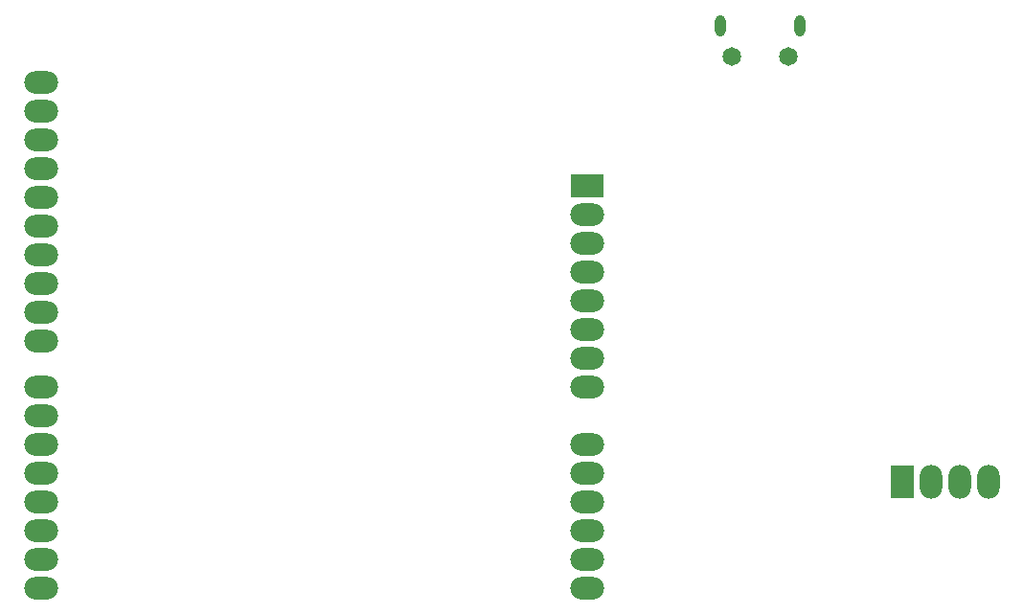
<source format=gbs>
G04 #@! TF.GenerationSoftware,KiCad,Pcbnew,(5.1.7)-1*
G04 #@! TF.CreationDate,2021-04-15T13:32:14+02:00*
G04 #@! TF.ProjectId,TestPCB,54657374-5043-4422-9e6b-696361645f70,rev?*
G04 #@! TF.SameCoordinates,Original*
G04 #@! TF.FileFunction,Soldermask,Bot*
G04 #@! TF.FilePolarity,Negative*
%FSLAX46Y46*%
G04 Gerber Fmt 4.6, Leading zero omitted, Abs format (unit mm)*
G04 Created by KiCad (PCBNEW (5.1.7)-1) date 2021-04-15 13:32:14*
%MOMM*%
%LPD*%
G01*
G04 APERTURE LIST*
%ADD10O,3.000000X2.000000*%
%ADD11R,3.000000X2.000000*%
%ADD12O,2.000000X3.000000*%
%ADD13R,2.000000X3.000000*%
%ADD14O,0.950000X1.900000*%
%ADD15C,1.650000*%
G04 APERTURE END LIST*
D10*
X113665000Y-115824000D03*
X113665000Y-118364000D03*
X113665000Y-78744000D03*
X161925000Y-118364000D03*
X113665000Y-81284000D03*
X161925000Y-115824000D03*
X113665000Y-83824000D03*
X161925000Y-113284000D03*
X113665000Y-86364000D03*
X161925000Y-110744000D03*
X113665000Y-88904000D03*
X161925000Y-108204000D03*
X113665000Y-91444000D03*
X161925000Y-105664000D03*
X113665000Y-93984000D03*
X161925000Y-100584000D03*
X113665000Y-96524000D03*
X161925000Y-98044000D03*
X113665000Y-100584000D03*
X161925000Y-95504000D03*
X113665000Y-103124000D03*
X161925000Y-92964000D03*
X113665000Y-105664000D03*
X161925000Y-90424000D03*
X113665000Y-108204000D03*
X161925000Y-87884000D03*
X113665000Y-110744000D03*
X161925000Y-85344000D03*
X113665000Y-113284000D03*
D11*
X161925000Y-82804000D03*
D10*
X113665000Y-76204000D03*
X113665000Y-73664000D03*
D12*
X197358000Y-108966000D03*
X194818000Y-108966000D03*
X192278000Y-108966000D03*
D13*
X189738000Y-108966000D03*
D14*
X180665000Y-68643500D03*
X173665000Y-68643500D03*
D15*
X179665000Y-71343500D03*
X174665000Y-71343500D03*
M02*

</source>
